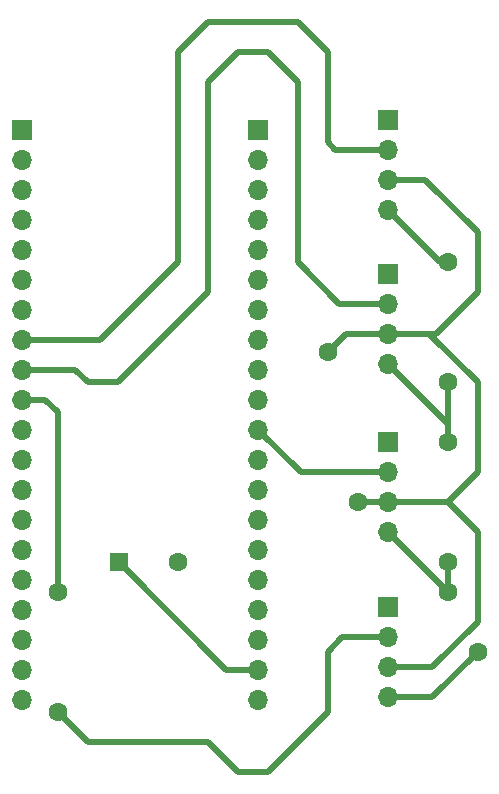
<source format=gbr>
%TF.GenerationSoftware,KiCad,Pcbnew,8.0.5*%
%TF.CreationDate,2024-10-17T17:27:17+02:00*%
%TF.ProjectId,WiiBoard,57696942-6f61-4726-942e-6b696361645f,rev?*%
%TF.SameCoordinates,Original*%
%TF.FileFunction,Copper,L1,Top*%
%TF.FilePolarity,Positive*%
%FSLAX46Y46*%
G04 Gerber Fmt 4.6, Leading zero omitted, Abs format (unit mm)*
G04 Created by KiCad (PCBNEW 8.0.5) date 2024-10-17 17:27:17*
%MOMM*%
%LPD*%
G01*
G04 APERTURE LIST*
%TA.AperFunction,ComponentPad*%
%ADD10R,1.700000X1.700000*%
%TD*%
%TA.AperFunction,ComponentPad*%
%ADD11O,1.700000X1.700000*%
%TD*%
%TA.AperFunction,ComponentPad*%
%ADD12R,1.600000X1.600000*%
%TD*%
%TA.AperFunction,ComponentPad*%
%ADD13C,1.600000*%
%TD*%
%TA.AperFunction,ViaPad*%
%ADD14C,1.600000*%
%TD*%
%TA.AperFunction,Conductor*%
%ADD15C,0.500000*%
%TD*%
G04 APERTURE END LIST*
D10*
%TO.P,J5,1,Pin_1*%
%TO.N,GND*%
X113500000Y-49740000D03*
D11*
%TO.P,J5,2,Pin_2*%
%TO.N,unconnected-(J5-Pin_2-Pad2)*%
X113500000Y-52280000D03*
%TO.P,J5,3,Pin_3*%
%TO.N,unconnected-(J5-Pin_3-Pad3)*%
X113500000Y-54820000D03*
%TO.P,J5,4,Pin_4*%
%TO.N,unconnected-(J5-Pin_4-Pad4)*%
X113500000Y-57360000D03*
%TO.P,J5,5,Pin_5*%
%TO.N,unconnected-(J5-Pin_5-Pad5)*%
X113500000Y-59900000D03*
%TO.P,J5,6,Pin_6*%
%TO.N,unconnected-(J5-Pin_6-Pad6)*%
X113500000Y-62440000D03*
%TO.P,J5,7,Pin_7*%
%TO.N,unconnected-(J5-Pin_7-Pad7)*%
X113500000Y-64980000D03*
%TO.P,J5,8,Pin_8*%
%TO.N,unconnected-(J5-Pin_8-Pad8)*%
X113500000Y-67520000D03*
%TO.P,J5,9,Pin_9*%
%TO.N,unconnected-(J5-Pin_9-Pad9)*%
X113500000Y-70060000D03*
%TO.P,J5,10,Pin_10*%
%TO.N,Net-(J1-Pin_3)*%
X113500000Y-72600000D03*
%TO.P,J5,11,Pin_11*%
%TO.N,Net-(J3-Pin_2)*%
X113500000Y-75140000D03*
%TO.P,J5,12,Pin_12*%
%TO.N,unconnected-(J5-Pin_12-Pad12)*%
X113500000Y-77680000D03*
%TO.P,J5,13,Pin_13*%
%TO.N,unconnected-(J5-Pin_13-Pad13)*%
X113500000Y-80220000D03*
%TO.P,J5,14,Pin_14*%
%TO.N,unconnected-(J5-Pin_14-Pad14)*%
X113500000Y-82760000D03*
%TO.P,J5,15,Pin_15*%
%TO.N,unconnected-(J5-Pin_15-Pad15)*%
X113500000Y-85300000D03*
%TO.P,J5,16,Pin_16*%
%TO.N,unconnected-(J5-Pin_16-Pad16)*%
X113500000Y-87840000D03*
%TO.P,J5,17,Pin_17*%
%TO.N,unconnected-(J5-Pin_17-Pad17)*%
X113500000Y-90380000D03*
%TO.P,J5,18,Pin_18*%
%TO.N,unconnected-(J5-Pin_18-Pad18)*%
X113500000Y-92920000D03*
%TO.P,J5,19,Pin_19*%
%TO.N,+3.3V*%
X113500000Y-95460000D03*
%TO.P,J5,20,Pin_20*%
%TO.N,unconnected-(J5-Pin_20-Pad20)*%
X113500000Y-98000000D03*
%TD*%
D10*
%TO.P,J3,1,Pin_1*%
%TO.N,GND*%
X124460000Y-76200000D03*
D11*
%TO.P,J3,2,Pin_2*%
%TO.N,Net-(J3-Pin_2)*%
X124460000Y-78740000D03*
%TO.P,J3,3,Pin_3*%
%TO.N,Net-(J1-Pin_3)*%
X124460000Y-81280000D03*
%TO.P,J3,4,Pin_4*%
%TO.N,VDD*%
X124460000Y-83820000D03*
%TD*%
D12*
%TO.P,C1,1*%
%TO.N,+3.3V*%
X101680000Y-86360000D03*
D13*
%TO.P,C1,2*%
%TO.N,GND*%
X106680000Y-86360000D03*
%TD*%
D10*
%TO.P,J2,1,Pin_1*%
%TO.N,GND*%
X124485000Y-61960000D03*
D11*
%TO.P,J2,2,Pin_2*%
%TO.N,Net-(J2-Pin_2)*%
X124485000Y-64500000D03*
%TO.P,J2,3,Pin_3*%
%TO.N,Net-(J1-Pin_3)*%
X124485000Y-67040000D03*
%TO.P,J2,4,Pin_4*%
%TO.N,VDD*%
X124485000Y-69580000D03*
%TD*%
D10*
%TO.P,J4,1,Pin_1*%
%TO.N,GND*%
X124460000Y-48920000D03*
D11*
%TO.P,J4,2,Pin_2*%
%TO.N,Net-(J4-Pin_2)*%
X124460000Y-51460000D03*
%TO.P,J4,3,Pin_3*%
%TO.N,Net-(J1-Pin_3)*%
X124460000Y-54000000D03*
%TO.P,J4,4,Pin_4*%
%TO.N,VDD*%
X124460000Y-56540000D03*
%TD*%
D10*
%TO.P,J1,1,Pin_1*%
%TO.N,GND*%
X124485000Y-90180000D03*
D11*
%TO.P,J1,2,Pin_2*%
%TO.N,Net-(J1-Pin_2)*%
X124485000Y-92720000D03*
%TO.P,J1,3,Pin_3*%
%TO.N,Net-(J1-Pin_3)*%
X124485000Y-95260000D03*
%TO.P,J1,4,Pin_4*%
%TO.N,VDD*%
X124485000Y-97800000D03*
%TD*%
D10*
%TO.P,J6,1,Pin_1*%
%TO.N,unconnected-(J6-Pin_1-Pad1)*%
X93500000Y-49740000D03*
D11*
%TO.P,J6,2,Pin_2*%
%TO.N,unconnected-(J6-Pin_2-Pad2)*%
X93500000Y-52280000D03*
%TO.P,J6,3,Pin_3*%
%TO.N,unconnected-(J6-Pin_3-Pad3)*%
X93500000Y-54820000D03*
%TO.P,J6,4,Pin_4*%
%TO.N,unconnected-(J6-Pin_4-Pad4)*%
X93500000Y-57360000D03*
%TO.P,J6,5,Pin_5*%
%TO.N,unconnected-(J6-Pin_5-Pad5)*%
X93500000Y-59900000D03*
%TO.P,J6,6,Pin_6*%
%TO.N,unconnected-(J6-Pin_6-Pad6)*%
X93500000Y-62440000D03*
%TO.P,J6,7,Pin_7*%
%TO.N,unconnected-(J6-Pin_7-Pad7)*%
X93500000Y-64980000D03*
%TO.P,J6,8,Pin_8*%
%TO.N,Net-(J4-Pin_2)*%
X93500000Y-67520000D03*
%TO.P,J6,9,Pin_9*%
%TO.N,Net-(J2-Pin_2)*%
X93500000Y-70060000D03*
%TO.P,J6,10,Pin_10*%
%TO.N,Net-(J1-Pin_2)*%
X93500000Y-72600000D03*
%TO.P,J6,11,Pin_11*%
%TO.N,unconnected-(J6-Pin_11-Pad11)*%
X93500000Y-75140000D03*
%TO.P,J6,12,Pin_12*%
%TO.N,unconnected-(J6-Pin_12-Pad12)*%
X93500000Y-77680000D03*
%TO.P,J6,13,Pin_13*%
%TO.N,unconnected-(J6-Pin_13-Pad13)*%
X93500000Y-80220000D03*
%TO.P,J6,14,Pin_14*%
%TO.N,unconnected-(J6-Pin_14-Pad14)*%
X93500000Y-82760000D03*
%TO.P,J6,15,Pin_15*%
%TO.N,unconnected-(J6-Pin_15-Pad15)*%
X93500000Y-85300000D03*
%TO.P,J6,16,Pin_16*%
%TO.N,unconnected-(J6-Pin_16-Pad16)*%
X93500000Y-87840000D03*
%TO.P,J6,17,Pin_17*%
%TO.N,unconnected-(J6-Pin_17-Pad17)*%
X93500000Y-90380000D03*
%TO.P,J6,18,Pin_18*%
%TO.N,unconnected-(J6-Pin_18-Pad18)*%
X93500000Y-92920000D03*
%TO.P,J6,19,Pin_19*%
%TO.N,unconnected-(J6-Pin_19-Pad19)*%
X93500000Y-95460000D03*
%TO.P,J6,20,Pin_20*%
%TO.N,unconnected-(J6-Pin_20-Pad20)*%
X93500000Y-98000000D03*
%TD*%
D14*
%TO.N,Net-(J1-Pin_2)*%
X96520000Y-88900000D03*
X96520000Y-99060000D03*
%TO.N,Net-(J1-Pin_3)*%
X119380000Y-68580000D03*
X121920000Y-81280000D03*
%TO.N,VDD*%
X129540000Y-86360000D03*
X129540000Y-60960000D03*
X129540000Y-76200000D03*
X132080000Y-93980000D03*
X129540000Y-71120000D03*
X129540000Y-88900000D03*
%TD*%
D15*
%TO.N,+3.3V*%
X113500000Y-95460000D02*
X110780000Y-95460000D01*
X110780000Y-95460000D02*
X101680000Y-86360000D01*
%TO.N,Net-(J1-Pin_2)*%
X99060000Y-101600000D02*
X109220000Y-101600000D01*
X114300000Y-104140000D02*
X119380000Y-99060000D01*
X119380000Y-99060000D02*
X119380000Y-93980000D01*
X109220000Y-101600000D02*
X111760000Y-104140000D01*
X96520000Y-88900000D02*
X96520000Y-76200000D01*
X96520000Y-99060000D02*
X99060000Y-101600000D01*
X96520000Y-73660000D02*
X95460000Y-72600000D01*
X119380000Y-93980000D02*
X120640000Y-92720000D01*
X95460000Y-72600000D02*
X93500000Y-72600000D01*
X96520000Y-76200000D02*
X96520000Y-73660000D01*
X120640000Y-92720000D02*
X124485000Y-92720000D01*
X111760000Y-104140000D02*
X114300000Y-104140000D01*
%TO.N,Net-(J1-Pin_3)*%
X128540000Y-67040000D02*
X132080000Y-63500000D01*
X127660000Y-54000000D02*
X124460000Y-54000000D01*
X132080000Y-58420000D02*
X127660000Y-54000000D01*
X128000000Y-67040000D02*
X124485000Y-67040000D01*
X124460000Y-81280000D02*
X121920000Y-81280000D01*
X128260000Y-95260000D02*
X132080000Y-91440000D01*
X124485000Y-95260000D02*
X128260000Y-95260000D01*
X129540000Y-81280000D02*
X132080000Y-78740000D01*
X129540000Y-81280000D02*
X124460000Y-81280000D01*
X132080000Y-83820000D02*
X129540000Y-81280000D01*
X132080000Y-71120000D02*
X128000000Y-67040000D01*
X132080000Y-63500000D02*
X132080000Y-58420000D01*
X132080000Y-91440000D02*
X132080000Y-83820000D01*
X120920000Y-67040000D02*
X124485000Y-67040000D01*
X119380000Y-68580000D02*
X120920000Y-67040000D01*
X128000000Y-67040000D02*
X128540000Y-67040000D01*
X132080000Y-78740000D02*
X132080000Y-71120000D01*
%TO.N,VDD*%
X129540000Y-74635000D02*
X129540000Y-71120000D01*
X129540000Y-88900000D02*
X124460000Y-83820000D01*
X129540000Y-60960000D02*
X128880000Y-60960000D01*
X129540000Y-76200000D02*
X129540000Y-74635000D01*
X132080000Y-93980000D02*
X128260000Y-97800000D01*
X129540000Y-74635000D02*
X124485000Y-69580000D01*
X128880000Y-60960000D02*
X124460000Y-56540000D01*
X129540000Y-88900000D02*
X129540000Y-86360000D01*
X128260000Y-97800000D02*
X124485000Y-97800000D01*
%TO.N,Net-(J2-Pin_2)*%
X124485000Y-64500000D02*
X120380000Y-64500000D01*
X116840000Y-60960000D02*
X116840000Y-45720000D01*
X98000000Y-70060000D02*
X93500000Y-70060000D01*
X101600000Y-71120000D02*
X99060000Y-71120000D01*
X109220000Y-45720000D02*
X109220000Y-63500000D01*
X120380000Y-64500000D02*
X116840000Y-60960000D01*
X116840000Y-45720000D02*
X114300000Y-43180000D01*
X109220000Y-63500000D02*
X101600000Y-71120000D01*
X111760000Y-43180000D02*
X109220000Y-45720000D01*
X114300000Y-43180000D02*
X111760000Y-43180000D01*
X99060000Y-71120000D02*
X98000000Y-70060000D01*
%TO.N,Net-(J3-Pin_2)*%
X124460000Y-78740000D02*
X117100000Y-78740000D01*
X117100000Y-78740000D02*
X113500000Y-75140000D01*
%TO.N,Net-(J4-Pin_2)*%
X119380000Y-43180000D02*
X116840000Y-40640000D01*
X124460000Y-51460000D02*
X120040000Y-51460000D01*
X109220000Y-40640000D02*
X106680000Y-43180000D01*
X120040000Y-51460000D02*
X119380000Y-50800000D01*
X106680000Y-60960000D02*
X100120000Y-67520000D01*
X119380000Y-50800000D02*
X119380000Y-43180000D01*
X116840000Y-40640000D02*
X109220000Y-40640000D01*
X106680000Y-43180000D02*
X106680000Y-60960000D01*
X100120000Y-67520000D02*
X93500000Y-67520000D01*
%TD*%
M02*

</source>
